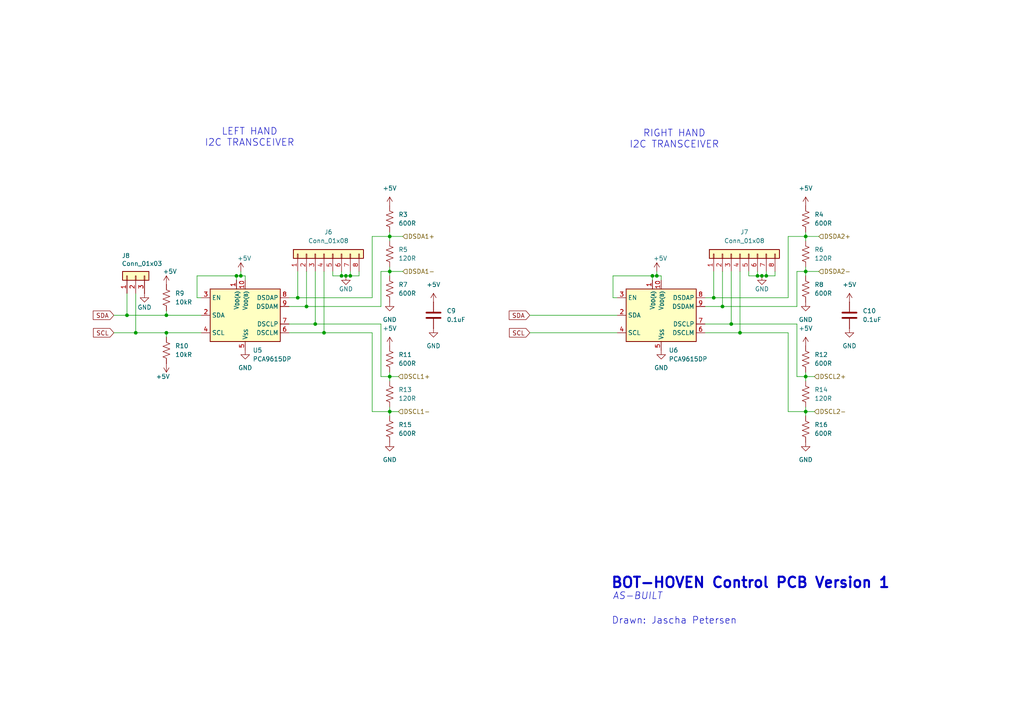
<source format=kicad_sch>
(kicad_sch (version 20231120) (generator "eeschema") (generator_version "8.0")
  (paper "A4")
  (title_block (title "Control PCB Differential I2C"))
  (lib_symbols
    (symbol "Connector_Generic:Conn_01x03" (pin_names (offset 1.016) hide)
      (property "Reference" "J" (at 0 5.08 0))
      (property "Value" "Conn_01x03" (at 0 -5.08 0))
      (symbol "Conn_01x03_1_1"
        (rectangle (start -1.27 -2.413) (end 0 -2.667) (stroke (width 0.1524)))
        (rectangle (start -1.27 0.127) (end 0 -0.127) (stroke (width 0.1524)))
        (rectangle (start -1.27 2.667) (end 0 2.413) (stroke (width 0.1524)))
        (rectangle (start -1.27 3.81) (end 1.27 -3.81) (stroke (width 0.254)) (fill (type background)))
        (pin passive line (at -5.08 2.54 0) (length 3.81) (name "Pin_1") (number "1"))
        (pin passive line (at -5.08 0 0) (length 3.81) (name "Pin_2") (number "2"))
        (pin passive line (at -5.08 -2.54 0) (length 3.81) (name "Pin_3") (number "3"))
      )
    )
    (symbol "Connector_Generic:Conn_01x08" (pin_names (offset 1.016) hide)
      (property "Reference" "J" (at 0 10.16 0))
      (property "Value" "Conn_01x08" (at 0 -12.7 0))
      (symbol "Conn_01x08_1_1"
        (rectangle (start -1.27 -10.033) (end 0 -10.287) (stroke (width 0.1524)))
        (rectangle (start -1.27 -7.493) (end 0 -7.747) (stroke (width 0.1524)))
        (rectangle (start -1.27 -4.953) (end 0 -5.207) (stroke (width 0.1524)))
        (rectangle (start -1.27 -2.413) (end 0 -2.667) (stroke (width 0.1524)))
        (rectangle (start -1.27 0.127) (end 0 -0.127) (stroke (width 0.1524)))
        (rectangle (start -1.27 2.667) (end 0 2.413) (stroke (width 0.1524)))
        (rectangle (start -1.27 5.207) (end 0 4.953) (stroke (width 0.1524)))
        (rectangle (start -1.27 7.747) (end 0 7.493) (stroke (width 0.1524)))
        (rectangle (start -1.27 8.89) (end 1.27 -11.43) (stroke (width 0.254)) (fill (type background)))
        (pin passive line (at -5.08 7.62 0) (length 3.81) (name "Pin_1") (number "1"))
        (pin passive line (at -5.08 5.08 0) (length 3.81) (name "Pin_2") (number "2"))
        (pin passive line (at -5.08 2.54 0) (length 3.81) (name "Pin_3") (number "3"))
        (pin passive line (at -5.08 0 0) (length 3.81) (name "Pin_4") (number "4"))
        (pin passive line (at -5.08 -2.54 0) (length 3.81) (name "Pin_5") (number "5"))
        (pin passive line (at -5.08 -5.08 0) (length 3.81) (name "Pin_6") (number "6"))
        (pin passive line (at -5.08 -7.62 0) (length 3.81) (name "Pin_7") (number "7"))
        (pin passive line (at -5.08 -10.16 0) (length 3.81) (name "Pin_8") (number "8"))
      )
    )
    (symbol "Device:C" (pin_numbers hide) (pin_names (offset 0.254))
      (property "Reference" "C" (at 0.635 2.54 0))
      (property "Value" "C" (at 0.635 -2.54 0))
      (symbol "C_0_1"
        (polyline (pts (xy -2.032 -0.762) (xy 2.032 -0.762)) (stroke (width 0.508)))
        (polyline (pts (xy -2.032 0.762) (xy 2.032 0.762)) (stroke (width 0.508)))
      )
      (symbol "C_1_1"
        (pin passive line (at 0 3.81 270) (length 2.794) (name "~") (number "1"))
        (pin passive line (at 0 -3.81 90) (length 2.794) (name "~") (number "2"))
      )
    )
    (symbol "Device:R_US" (pin_numbers hide) (pin_names (offset 0))
      (property "Reference" "R" (at 2.54 0 90))
      (property "Value" "R_US" (at -2.54 0 90))
      (symbol "R_US_0_1"
        (polyline (pts (xy 0 -2.286) (xy 0 -2.54)))
        (polyline (pts (xy 0 2.286) (xy 0 2.54)))
        (polyline (pts (xy 0 -0.762) (xy 1.016 -1.143) (xy 0 -1.524) (xy -1.016 -1.905) (xy 0 -2.286)))
        (polyline (pts (xy 0 0.762) (xy 1.016 0.381) (xy 0 0) (xy -1.016 -0.381) (xy 0 -0.762)))
        (polyline (pts (xy 0 2.286) (xy 1.016 1.905) (xy 0 1.524) (xy -1.016 1.143) (xy 0 0.762)))
      )
      (symbol "R_US_1_1"
        (pin passive line (at 0 3.81 270) (length 1.27) (name "~") (number "1"))
        (pin passive line (at 0 -3.81 90) (length 1.27) (name "~") (number "2"))
      )
    )
    (symbol "Interface:PCA9615DP"
      (property "Reference" "U" (at -10.16 8.89 0))
      (property "Value" "PCA9615DP" (at 1.27 8.89 0))
      (symbol "PCA9615DP_0_1"
        (rectangle (start -10.16 7.62) (end 10.16 -7.62) (stroke (width 0.254)) (fill (type background)))
      )
      (symbol "PCA9615DP_1_1"
        (pin power_in line (at -2.54 10.16 270) (length 2.54) (name "V_{DD(A)}") (number "1"))
        (pin power_in line (at 0 10.16 270) (length 2.54) (name "V_{DD(B)}") (number "10"))
        (pin bidirectional line (at -12.7 0 0) (length 2.54) (name "SDA") (number "2"))
        (pin input line (at -12.7 5.08 0) (length 2.54) (name "EN") (number "3"))
        (pin bidirectional line (at -12.7 -5.08 0) (length 2.54) (name "SCL") (number "4"))
        (pin power_in line (at 0 -10.16 90) (length 2.54) (name "V_{SS}") (number "5"))
        (pin bidirectional line (at 12.7 -5.08 180) (length 2.54) (name "DSCLM") (number "6"))
        (pin bidirectional line (at 12.7 -2.54 180) (length 2.54) (name "DSCLP") (number "7"))
        (pin bidirectional line (at 12.7 5.08 180) (length 2.54) (name "DSDAP") (number "8"))
        (pin bidirectional line (at 12.7 2.54 180) (length 2.54) (name "DSDAM") (number "9"))
      )
    )
    (symbol "power:+5V" (power) (pin_numbers hide) (pin_names (offset 0) hide)
      (property "Value" "+5V" (at 0 3.556 0))
      (symbol "+5V_0_1"
        (polyline (pts (xy -0.762 1.27) (xy 0 2.54)))
        (polyline (pts (xy 0 0) (xy 0 2.54)))
        (polyline (pts (xy 0 2.54) (xy 0.762 1.27)))
      )
      (symbol "+5V_1_1"
        (pin power_in line (at 0 0 90) (length 0) (name "~") (number "1"))
      )
    )
    (symbol "power:GND" (power) (pin_numbers hide) (pin_names (offset 0) hide)
      (property "Value" "GND" (at 0 -3.81 0))
      (symbol "GND_0_1"
        (polyline (pts (xy 0 0) (xy 0 -1.27) (xy 1.27 -1.27) (xy 0 -2.54) (xy -1.27 -1.27) (xy 0 -1.27)))
      )
      (symbol "GND_1_1"
        (pin power_in line (at 0 0 270) (length 0) (name "~") (number "1"))
      )
    )
  )
  (junction (at 113.03 78.74))
  (junction (at 86.36 86.36))
  (junction (at 209.55 88.9))
  (junction (at 219.71 80.01))
  (junction (at 220.98 80.01))
  (junction (at 212.09 93.98))
  (junction (at 68.58 80.01))
  (junction (at 233.68 78.74))
  (junction (at 233.68 119.38))
  (junction (at 190.5 80.01))
  (junction (at 222.25 80.01))
  (junction (at 100.33 80.01))
  (junction (at 93.98 96.52))
  (junction (at 69.85 80.01))
  (junction (at 36.83 91.44))
  (junction (at 101.6 80.01))
  (junction (at 189.23 80.01))
  (junction (at 113.03 109.22))
  (junction (at 113.03 68.58))
  (junction (at 99.06 80.01))
  (junction (at 48.26 91.44))
  (junction (at 233.68 68.58))
  (junction (at 207.01 86.36))
  (junction (at 91.44 93.98))
  (junction (at 233.68 109.22))
  (junction (at 39.37 96.52))
  (junction (at 214.63 96.52))
  (junction (at 48.26 96.52))
  (junction (at 113.03 119.38))
  (junction (at 88.9 88.9))
  (wire (pts (xy 224.79 78.74) (xy 224.79 80.01)))
  (wire (pts (xy 86.36 78.74) (xy 86.36 86.36)))
  (wire (pts (xy 190.5 78.74) (xy 190.5 80.01)))
  (wire (pts (xy 113.03 119.38) (xy 113.03 120.65)))
  (wire (pts (xy 236.22 109.22) (xy 233.68 109.22)))
  (wire (pts (xy 231.14 78.74) (xy 233.68 78.74)))
  (wire (pts (xy 100.33 80.01) (xy 99.06 80.01)))
  (wire (pts (xy 101.6 80.01) (xy 104.14 80.01)))
  (wire (pts (xy 88.9 88.9) (xy 110.49 88.9)))
  (wire (pts (xy 204.47 88.9) (xy 209.55 88.9)))
  (wire (pts (xy 113.03 68.58) (xy 116.84 68.58)))
  (wire (pts (xy 110.49 88.9) (xy 110.49 78.74)))
  (wire (pts (xy 113.03 118.11) (xy 113.03 119.38)))
  (wire (pts (xy 177.8 80.01) (xy 189.23 80.01)))
  (wire (pts (xy 222.25 78.74) (xy 222.25 80.01)))
  (wire (pts (xy 36.83 91.44) (xy 48.26 91.44)))
  (wire (pts (xy 107.95 96.52) (xy 107.95 119.38)))
  (wire (pts (xy 36.83 85.09) (xy 36.83 91.44)))
  (wire (pts (xy 91.44 93.98) (xy 110.49 93.98)))
  (wire (pts (xy 96.52 78.74) (xy 96.52 80.01)))
  (wire (pts (xy 153.67 96.52) (xy 179.07 96.52)))
  (wire (pts (xy 190.5 80.01) (xy 191.77 80.01)))
  (wire (pts (xy 217.17 78.74) (xy 217.17 80.01)))
  (wire (pts (xy 179.07 86.36) (xy 177.8 86.36)))
  (wire (pts (xy 219.71 80.01) (xy 217.17 80.01)))
  (wire (pts (xy 93.98 78.74) (xy 93.98 96.52)))
  (wire (pts (xy 83.82 88.9) (xy 88.9 88.9)))
  (wire (pts (xy 100.33 80.01) (xy 101.6 80.01)))
  (wire (pts (xy 83.82 93.98) (xy 91.44 93.98)))
  (wire (pts (xy 107.95 68.58) (xy 113.03 68.58)))
  (wire (pts (xy 189.23 81.28) (xy 189.23 80.01)))
  (wire (pts (xy 204.47 93.98) (xy 212.09 93.98)))
  (wire (pts (xy 110.49 78.74) (xy 113.03 78.74)))
  (wire (pts (xy 113.03 107.95) (xy 113.03 109.22)))
  (wire (pts (xy 88.9 78.74) (xy 88.9 88.9)))
  (wire (pts (xy 113.03 77.47) (xy 113.03 78.74)))
  (wire (pts (xy 68.58 81.28) (xy 68.58 80.01)))
  (wire (pts (xy 209.55 78.74) (xy 209.55 88.9)))
  (wire (pts (xy 231.14 109.22) (xy 233.68 109.22)))
  (wire (pts (xy 231.14 88.9) (xy 231.14 78.74)))
  (wire (pts (xy 233.68 78.74) (xy 237.49 78.74)))
  (wire (pts (xy 189.23 80.01) (xy 190.5 80.01)))
  (wire (pts (xy 39.37 85.09) (xy 39.37 96.52)))
  (wire (pts (xy 233.68 107.95) (xy 233.68 109.22)))
  (wire (pts (xy 110.49 93.98) (xy 110.49 109.22)))
  (wire (pts (xy 33.02 96.52) (xy 39.37 96.52)))
  (wire (pts (xy 233.68 77.47) (xy 233.68 78.74)))
  (wire (pts (xy 207.01 86.36) (xy 228.6 86.36)))
  (wire (pts (xy 214.63 96.52) (xy 228.6 96.52)))
  (wire (pts (xy 115.57 109.22) (xy 113.03 109.22)))
  (wire (pts (xy 228.6 119.38) (xy 233.68 119.38)))
  (wire (pts (xy 57.15 86.36) (xy 57.15 80.01)))
  (wire (pts (xy 113.03 78.74) (xy 113.03 80.01)))
  (wire (pts (xy 222.25 80.01) (xy 224.79 80.01)))
  (wire (pts (xy 107.95 119.38) (xy 113.03 119.38)))
  (wire (pts (xy 107.95 86.36) (xy 107.95 68.58)))
  (wire (pts (xy 233.68 119.38) (xy 233.68 120.65)))
  (wire (pts (xy 69.85 78.74) (xy 69.85 80.01)))
  (wire (pts (xy 191.77 80.01) (xy 191.77 81.28)))
  (wire (pts (xy 99.06 78.74) (xy 99.06 80.01)))
  (wire (pts (xy 214.63 78.74) (xy 214.63 96.52)))
  (wire (pts (xy 233.68 67.31) (xy 233.68 68.58)))
  (wire (pts (xy 71.12 80.01) (xy 71.12 81.28)))
  (wire (pts (xy 220.98 80.01) (xy 222.25 80.01)))
  (wire (pts (xy 113.03 67.31) (xy 113.03 68.58)))
  (wire (pts (xy 228.6 96.52) (xy 228.6 119.38)))
  (wire (pts (xy 101.6 78.74) (xy 101.6 80.01)))
  (wire (pts (xy 177.8 86.36) (xy 177.8 80.01)))
  (wire (pts (xy 113.03 78.74) (xy 116.84 78.74)))
  (wire (pts (xy 68.58 80.01) (xy 69.85 80.01)))
  (wire (pts (xy 220.98 80.01) (xy 219.71 80.01)))
  (wire (pts (xy 115.57 119.38) (xy 113.03 119.38)))
  (wire (pts (xy 228.6 68.58) (xy 233.68 68.58)))
  (wire (pts (xy 212.09 93.98) (xy 231.14 93.98)))
  (wire (pts (xy 228.6 86.36) (xy 228.6 68.58)))
  (wire (pts (xy 231.14 93.98) (xy 231.14 109.22)))
  (wire (pts (xy 48.26 91.44) (xy 58.42 91.44)))
  (wire (pts (xy 83.82 86.36) (xy 86.36 86.36)))
  (wire (pts (xy 233.68 68.58) (xy 237.49 68.58)))
  (wire (pts (xy 57.15 80.01) (xy 68.58 80.01)))
  (wire (pts (xy 48.26 96.52) (xy 58.42 96.52)))
  (wire (pts (xy 33.02 91.44) (xy 36.83 91.44)))
  (wire (pts (xy 48.26 90.17) (xy 48.26 91.44)))
  (wire (pts (xy 204.47 96.52) (xy 214.63 96.52)))
  (wire (pts (xy 153.67 91.44) (xy 179.07 91.44)))
  (wire (pts (xy 207.01 78.74) (xy 207.01 86.36)))
  (wire (pts (xy 104.14 78.74) (xy 104.14 80.01)))
  (wire (pts (xy 233.68 78.74) (xy 233.68 80.01)))
  (wire (pts (xy 69.85 80.01) (xy 71.12 80.01)))
  (wire (pts (xy 110.49 109.22) (xy 113.03 109.22)))
  (wire (pts (xy 93.98 96.52) (xy 107.95 96.52)))
  (wire (pts (xy 204.47 86.36) (xy 207.01 86.36)))
  (wire (pts (xy 113.03 109.22) (xy 113.03 110.49)))
  (wire (pts (xy 91.44 78.74) (xy 91.44 93.98)))
  (wire (pts (xy 48.26 96.52) (xy 48.26 97.79)))
  (wire (pts (xy 219.71 78.74) (xy 219.71 80.01)))
  (wire (pts (xy 233.68 68.58) (xy 233.68 69.85)))
  (wire (pts (xy 113.03 68.58) (xy 113.03 69.85)))
  (wire (pts (xy 233.68 109.22) (xy 233.68 110.49)))
  (wire (pts (xy 209.55 88.9) (xy 231.14 88.9)))
  (wire (pts (xy 212.09 78.74) (xy 212.09 93.98)))
  (wire (pts (xy 39.37 96.52) (xy 48.26 96.52)))
  (wire (pts (xy 58.42 86.36) (xy 57.15 86.36)))
  (wire (pts (xy 99.06 80.01) (xy 96.52 80.01)))
  (wire (pts (xy 233.68 118.11) (xy 233.68 119.38)))
  (wire (pts (xy 86.36 86.36) (xy 107.95 86.36)))
  (wire (pts (xy 83.82 96.52) (xy 93.98 96.52)))
  (wire (pts (xy 236.22 119.38) (xy 233.68 119.38)))
  (text "AS-BUILT" (at 184.912 172.974 0) (effects (font (size 2 2) (italic yes))))
  (text "BOT-HOVEN Control PCB Version 1" (at 217.678 169.164 0) (effects (font (size 3 3) (thickness 0.6) (bold yes))))
  (text "Drawn: Jascha Petersen" (at 195.58 180.086 0) (effects (font (size 2 2))))
  (text "LEFT HAND\nI2C TRANSCEIVER\n" (at 72.39 39.878 0) (effects (font (size 2 2))))
  (text "RIGHT HAND\nI2C TRANSCEIVER\n" (at 195.58 40.386 0) (effects (font (size 2 2))))
  (global_label "SDA" (shape input) (at 33.02 91.44 180) (property "Intersheetrefs" "${INTERSHEET_REFS}" (effects (hide yes))))
  (global_label "SCL" (shape input) (at 153.67 96.52 180) (property "Intersheetrefs" "${INTERSHEET_REFS}" (effects (hide yes))))
  (global_label "SDA" (shape input) (at 153.67 91.44 180) (property "Intersheetrefs" "${INTERSHEET_REFS}" (effects (hide yes))))
  (global_label "SCL" (shape input) (at 33.02 96.52 180) (property "Intersheetrefs" "${INTERSHEET_REFS}" (effects (hide yes))))
  (hierarchical_label "DSDA1+" (shape input) (at 116.84 68.58 0))
  (hierarchical_label "DSCL2-" (shape input) (at 236.22 119.38 0))
  (hierarchical_label "DSDA2+" (shape input) (at 237.49 68.58 0))
  (hierarchical_label "DSCL2+" (shape input) (at 236.22 109.22 0))
  (hierarchical_label "DSCL1-" (shape input) (at 115.57 119.38 0))
  (hierarchical_label "DSDA1-" (shape input) (at 116.84 78.74 0))
  (hierarchical_label "DSDA2-" (shape input) (at 237.49 78.74 0))
  (hierarchical_label "DSCL1+" (shape input) (at 115.57 109.22 0))
  (symbol (lib_id "power:+5V") (at 246.38 87.63 0) (unit 1)
    (property "Reference" "#PWR051" (effects (hide yes)))
    (property "Value" "+5V" (at 246.38 82.55 0))
    (property "Description" "Power symbol creates a global label with name \"+5V\"" (effects (hide yes)))
  )
  (symbol (lib_id "power:GND") (at 125.73 95.25 0) (unit 1)
    (property "Reference" "#PWR052" (effects (hide yes)))
    (property "Value" "GND" (at 125.73 100.33 0))
    (property "Description" "Power symbol creates a global label with name \"GND\" , ground" (effects (hide yes)))
  )
  (symbol (lib_id "Device:R_US") (at 233.68 104.14 0) (unit 1)
    (property "Reference" "R12" (at 236.22 102.8699 0) (effects (justify left)))
    (property "Value" "600R" (at 236.22 105.4099 0) (effects (justify left)))
    (property "Footprint" "Resistor_THT:R_Axial_DIN0207_L6.3mm_D2.5mm_P10.16mm_Horizontal" (effects (hide yes)))
    (property "Description" "Resistor, US symbol" (effects (hide yes)))
  )
  (symbol (lib_id "Device:R_US") (at 113.03 73.66 0) (unit 1)
    (property "Reference" "R5" (at 115.57 72.3899 0) (effects (justify left)))
    (property "Value" "120R" (at 115.57 74.9299 0) (effects (justify left)))
    (property "Footprint" "Resistor_THT:R_Axial_DIN0207_L6.3mm_D2.5mm_P10.16mm_Horizontal" (effects (hide yes)))
    (property "Description" "Resistor, US symbol" (effects (hide yes)))
  )
  (symbol (lib_id "Interface:PCA9615DP") (at 71.12 91.44 0) (unit 1)
    (property "Reference" "U5" (at 73.3141 101.6 0) (effects (justify left)))
    (property "Value" "PCA9615DP" (at 73.3141 104.14 0) (effects (justify left)))
    (property "Footprint" "Package_SO:TSSOP-10_3x3mm_P0.5mm" (effects (hide yes)))
    (property "Datasheet" "https://www.nxp.com/docs/en/data-sheet/PCA9615.pdf" (effects (hide yes)))
    (property "Description" "Dual bidirectional hot-swap multipoint bus buffer, SO-8" (effects (hide yes)))
    (property "Digikey" "https://www.digikey.ca/en/products/detail/nxp-usa-inc/PCA9615DPZ/14635231" (effects (hide yes)))
  )
  (symbol (lib_id "Device:R_US") (at 113.03 104.14 0) (unit 1)
    (property "Reference" "R11" (at 115.57 102.8699 0) (effects (justify left)))
    (property "Value" "600R" (at 115.57 105.4099 0) (effects (justify left)))
    (property "Footprint" "Resistor_THT:R_Axial_DIN0207_L6.3mm_D2.5mm_P10.16mm_Horizontal" (effects (hide yes)))
    (property "Description" "Resistor, US symbol" (effects (hide yes)))
  )
  (symbol (lib_id "Device:R_US") (at 113.03 63.5 0) (unit 1)
    (property "Reference" "R3" (at 115.57 62.2299 0) (effects (justify left)))
    (property "Value" "600R" (at 115.57 64.7699 0) (effects (justify left)))
    (property "Footprint" "Resistor_THT:R_Axial_DIN0207_L6.3mm_D2.5mm_P10.16mm_Horizontal" (effects (hide yes)))
    (property "Description" "Resistor, US symbol" (effects (hide yes)))
  )
  (symbol (lib_id "power:GND") (at 100.33 80.01 0) (unit 1)
    (property "Reference" "#PWR043" (effects (hide yes)))
    (property "Value" "GND" (at 100.33 83.82 0))
    (property "Description" "Power symbol creates a global label with name \"GND\" , ground" (effects (hide yes)))
  )
  (symbol (lib_id "power:+5V") (at 233.68 59.69 0) (unit 1)
    (property "Reference" "#PWR040" (effects (hide yes)))
    (property "Value" "+5V" (at 233.68 54.61 0))
    (property "Description" "Power symbol creates a global label with name \"+5V\"" (effects (hide yes)))
  )
  (symbol (lib_id "power:GND") (at 113.03 128.27 0) (unit 1)
    (property "Reference" "#PWR059" (effects (hide yes)))
    (property "Value" "GND" (at 113.03 133.35 0))
    (property "Description" "Power symbol creates a global label with name \"GND\" , ground" (effects (hide yes)))
  )
  (symbol (lib_id "Connector_Generic:Conn_01x08") (at 214.63 73.66 90) (unit 1)
    (property "Reference" "J7" (at 215.9 67.31 90))
    (property "Value" "Conn_01x08" (at 215.9 69.85 90))
    (property "Footprint" "Connector_PinHeader_2.54mm:PinHeader_1x08_P2.54mm_Vertical" (effects (hide yes)))
    (property "Description" "Generic connector, single row, 01x08, script generated (kicad-library-utils/schlib/autogen/connector/)" (effects (hide yes)))
  )
  (symbol (lib_id "power:GND") (at 233.68 128.27 0) (unit 1)
    (property "Reference" "#PWR060" (effects (hide yes)))
    (property "Value" "GND" (at 233.68 133.35 0))
    (property "Description" "Power symbol creates a global label with name \"GND\" , ground" (effects (hide yes)))
  )
  (symbol (lib_id "power:+5V") (at 233.68 100.33 0) (unit 1)
    (property "Reference" "#PWR055" (effects (hide yes)))
    (property "Value" "+5V" (at 233.68 95.25 0))
    (property "Description" "Power symbol creates a global label with name \"+5V\"" (effects (hide yes)))
  )
  (symbol (lib_id "power:+5V") (at 48.26 82.55 0) (unit 1)
    (property "Reference" "#PWR045" (effects (hide yes)))
    (property "Value" "+5V" (at 49.276 78.74 0))
    (property "Description" "Power symbol creates a global label with name \"+5V\"" (effects (hide yes)))
  )
  (symbol (lib_id "Device:R_US") (at 233.68 114.3 0) (unit 1)
    (property "Reference" "R14" (at 236.22 113.0299 0) (effects (justify left)))
    (property "Value" "120R" (at 236.22 115.5699 0) (effects (justify left)))
    (property "Footprint" "Resistor_THT:R_Axial_DIN0207_L6.3mm_D2.5mm_P10.16mm_Horizontal" (effects (hide yes)))
    (property "Description" "Resistor, US symbol" (effects (hide yes)))
  )
  (symbol (lib_id "power:GND") (at 191.77 101.6 0) (unit 1)
    (property "Reference" "#PWR057" (effects (hide yes)))
    (property "Value" "GND" (at 191.77 106.68 0))
    (property "Description" "Power symbol creates a global label with name \"GND\" , ground" (effects (hide yes)))
  )
  (symbol (lib_id "power:GND") (at 113.03 87.63 0) (unit 1)
    (property "Reference" "#PWR048" (effects (hide yes)))
    (property "Value" "GND" (at 113.03 92.71 0))
    (property "Description" "Power symbol creates a global label with name \"GND\" , ground" (effects (hide yes)))
  )
  (symbol (lib_id "power:+5V") (at 113.03 59.69 0) (unit 1)
    (property "Reference" "#PWR039" (effects (hide yes)))
    (property "Value" "+5V" (at 113.03 54.61 0))
    (property "Description" "Power symbol creates a global label with name \"+5V\"" (effects (hide yes)))
  )
  (symbol (lib_id "Device:R_US") (at 233.68 83.82 0) (unit 1)
    (property "Reference" "R8" (at 236.22 82.5499 0) (effects (justify left)))
    (property "Value" "600R" (at 236.22 85.0899 0) (effects (justify left)))
    (property "Footprint" "Resistor_THT:R_Axial_DIN0207_L6.3mm_D2.5mm_P10.16mm_Horizontal" (effects (hide yes)))
    (property "Description" "Resistor, US symbol" (effects (hide yes)))
  )
  (symbol (lib_id "Device:R_US") (at 113.03 114.3 0) (unit 1)
    (property "Reference" "R13" (at 115.57 113.0299 0) (effects (justify left)))
    (property "Value" "120R" (at 115.57 115.5699 0) (effects (justify left)))
    (property "Footprint" "Resistor_THT:R_Axial_DIN0207_L6.3mm_D2.5mm_P10.16mm_Horizontal" (effects (hide yes)))
    (property "Description" "Resistor, US symbol" (effects (hide yes)))
  )
  (symbol (lib_id "Device:R_US") (at 113.03 124.46 0) (unit 1)
    (property "Reference" "R15" (at 115.57 123.1899 0) (effects (justify left)))
    (property "Value" "600R" (at 115.57 125.7299 0) (effects (justify left)))
    (property "Footprint" "Resistor_THT:R_Axial_DIN0207_L6.3mm_D2.5mm_P10.16mm_Horizontal" (effects (hide yes)))
    (property "Description" "Resistor, US symbol" (effects (hide yes)))
  )
  (symbol (lib_id "power:GND") (at 220.98 80.01 0) (unit 1)
    (property "Reference" "#PWR044" (effects (hide yes)))
    (property "Value" "GND" (at 220.98 83.82 0))
    (property "Description" "Power symbol creates a global label with name \"GND\" , ground" (effects (hide yes)))
  )
  (symbol (lib_id "Connector_Generic:Conn_01x08") (at 93.98 73.66 90) (unit 1)
    (property "Reference" "J6" (at 95.25 67.31 90))
    (property "Value" "Conn_01x08" (at 95.25 69.85 90))
    (property "Footprint" "Connector_PinHeader_2.54mm:PinHeader_1x08_P2.54mm_Vertical" (effects (hide yes)))
    (property "Description" "Generic connector, single row, 01x08, script generated (kicad-library-utils/schlib/autogen/connector/)" (effects (hide yes)))
  )
  (symbol (lib_id "Device:R_US") (at 233.68 73.66 0) (unit 1)
    (property "Reference" "R6" (at 236.22 72.3899 0) (effects (justify left)))
    (property "Value" "120R" (at 236.22 74.9299 0) (effects (justify left)))
    (property "Footprint" "Resistor_THT:R_Axial_DIN0207_L6.3mm_D2.5mm_P10.16mm_Horizontal" (effects (hide yes)))
    (property "Description" "Resistor, US symbol" (effects (hide yes)))
  )
  (symbol (lib_id "Device:R_US") (at 48.26 86.36 0) (unit 1)
    (property "Reference" "R9" (at 50.8 85.0899 0) (effects (justify left)))
    (property "Value" "10kR" (at 50.8 87.6299 0) (effects (justify left)))
    (property "Footprint" "Resistor_THT:R_Axial_DIN0207_L6.3mm_D2.5mm_P10.16mm_Horizontal" (effects (hide yes)))
    (property "Description" "Resistor, US symbol" (effects (hide yes)))
  )
  (symbol (lib_id "power:+5V") (at 48.26 105.41 180) (unit 1)
    (property "Reference" "#PWR058" (effects (hide yes)))
    (property "Value" "+5V" (at 47.244 109.22 0))
    (property "Description" "Power symbol creates a global label with name \"+5V\"" (effects (hide yes)))
  )
  (symbol (lib_id "Device:R_US") (at 48.26 101.6 0) (unit 1)
    (property "Reference" "R10" (at 50.8 100.3299 0) (effects (justify left)))
    (property "Value" "10kR" (at 50.8 102.8699 0) (effects (justify left)))
    (property "Footprint" "Resistor_THT:R_Axial_DIN0207_L6.3mm_D2.5mm_P10.16mm_Horizontal" (effects (hide yes)))
    (property "Description" "Resistor, US symbol" (effects (hide yes)))
  )
  (symbol (lib_id "power:+5V") (at 113.03 100.33 0) (unit 1)
    (property "Reference" "#PWR054" (effects (hide yes)))
    (property "Value" "+5V" (at 113.03 95.25 0))
    (property "Description" "Power symbol creates a global label with name \"+5V\"" (effects (hide yes)))
  )
  (symbol (lib_id "Device:C") (at 125.73 91.44 0) (unit 1)
    (property "Reference" "C9" (at 129.54 90.1699 0) (effects (justify left)))
    (property "Value" "0.1uF" (at 129.54 92.7099 0) (effects (justify left)))
    (property "Footprint" "Capacitor_THT:C_Rect_L4.6mm_W2.0mm_P2.50mm_MKS02_FKP02" (effects (hide yes)))
    (property "Description" "Unpolarized capacitor" (effects (hide yes)))
    (property "Digikey" "https://www.digikey.ca/en/products/detail/vishay-beyschlag-draloric-bc-components/K104K10X7RF5UH5/2356754" (effects (hide yes)))
  )
  (symbol (lib_id "power:+5V") (at 125.73 87.63 0) (unit 1)
    (property "Reference" "#PWR049" (effects (hide yes)))
    (property "Value" "+5V" (at 125.73 82.55 0))
    (property "Description" "Power symbol creates a global label with name \"+5V\"" (effects (hide yes)))
  )
  (symbol (lib_id "Connector_Generic:Conn_01x03") (at 39.37 80.01 90) (unit 1)
    (property "Reference" "J8" (at 35.306 74.168 90) (effects (justify right)))
    (property "Value" "Conn_01x03" (at 35.306 76.454 90) (effects (justify right)))
    (property "Footprint" "Connector_PinHeader_2.54mm:PinHeader_1x03_P2.54mm_Vertical" (effects (hide yes)))
    (property "Description" "Generic connector, single row, 01x03, script generated (kicad-library-utils/schlib/autogen/connector/)" (effects (hide yes)))
  )
  (symbol (lib_id "power:GND") (at 246.38 95.25 0) (unit 1)
    (property "Reference" "#PWR053" (effects (hide yes)))
    (property "Value" "GND" (at 246.38 100.33 0))
    (property "Description" "Power symbol creates a global label with name \"GND\" , ground" (effects (hide yes)))
  )
  (symbol (lib_id "power:+5V") (at 69.85 78.74 0) (unit 1)
    (property "Reference" "#PWR041" (effects (hide yes)))
    (property "Value" "+5V" (at 70.866 74.93 0))
    (property "Description" "Power symbol creates a global label with name \"+5V\"" (effects (hide yes)))
  )
  (symbol (lib_id "power:GND") (at 71.12 101.6 0) (unit 1)
    (property "Reference" "#PWR056" (effects (hide yes)))
    (property "Value" "GND" (at 71.12 106.68 0))
    (property "Description" "Power symbol creates a global label with name \"GND\" , ground" (effects (hide yes)))
  )
  (symbol (lib_id "power:GND") (at 41.91 85.09 0) (unit 1)
    (property "Reference" "#PWR046" (effects (hide yes)))
    (property "Value" "GND" (at 41.91 89.154 0))
    (property "Description" "Power symbol creates a global label with name \"GND\" , ground" (effects (hide yes)))
  )
  (symbol (lib_id "power:+5V") (at 190.5 78.74 0) (unit 1)
    (property "Reference" "#PWR042" (effects (hide yes)))
    (property "Value" "+5V" (at 191.516 74.93 0))
    (property "Description" "Power symbol creates a global label with name \"+5V\"" (effects (hide yes)))
  )
  (symbol (lib_id "Device:C") (at 246.38 91.44 0) (unit 1)
    (property "Reference" "C10" (at 250.19 90.1699 0) (effects (justify left)))
    (property "Value" "0.1uF" (at 250.19 92.7099 0) (effects (justify left)))
    (property "Footprint" "Capacitor_THT:C_Rect_L4.6mm_W2.0mm_P2.50mm_MKS02_FKP02" (effects (hide yes)))
    (property "Description" "Unpolarized capacitor" (effects (hide yes)))
    (property "Digikey" "https://www.digikey.ca/en/products/detail/vishay-beyschlag-draloric-bc-components/K104K10X7RF5UH5/2356754" (effects (hide yes)))
  )
  (symbol (lib_id "Interface:PCA9615DP") (at 191.77 91.44 0) (unit 1)
    (property "Reference" "U6" (at 193.9641 101.6 0) (effects (justify left)))
    (property "Value" "PCA9615DP" (at 193.9641 104.14 0) (effects (justify left)))
    (property "Footprint" "Package_SO:TSSOP-10_3x3mm_P0.5mm" (effects (hide yes)))
    (property "Datasheet" "https://www.nxp.com/docs/en/data-sheet/PCA9615.pdf" (effects (hide yes)))
    (property "Description" "Dual bidirectional hot-swap multipoint bus buffer, SO-8" (effects (hide yes)))
    (property "Digikey" "https://www.digikey.ca/en/products/detail/nxp-usa-inc/PCA9615DPZ/14635231" (effects (hide yes)))
  )
  (symbol (lib_id "Device:R_US") (at 233.68 124.46 0) (unit 1)
    (property "Reference" "R16" (at 236.22 123.1899 0) (effects (justify left)))
    (property "Value" "600R" (at 236.22 125.7299 0) (effects (justify left)))
    (property "Footprint" "Resistor_THT:R_Axial_DIN0207_L6.3mm_D2.5mm_P10.16mm_Horizontal" (effects (hide yes)))
    (property "Description" "Resistor, US symbol" (effects (hide yes)))
  )
  (symbol (lib_id "Device:R_US") (at 113.03 83.82 0) (unit 1)
    (property "Reference" "R7" (at 115.57 82.5499 0) (effects (justify left)))
    (property "Value" "600R" (at 115.57 85.0899 0) (effects (justify left)))
    (property "Footprint" "Resistor_THT:R_Axial_DIN0207_L6.3mm_D2.5mm_P10.16mm_Horizontal" (effects (hide yes)))
    (property "Description" "Resistor, US symbol" (effects (hide yes)))
  )
  (symbol (lib_id "power:GND") (at 233.68 87.63 0) (unit 1)
    (property "Reference" "#PWR050" (effects (hide yes)))
    (property "Value" "GND" (at 233.68 92.71 0))
    (property "Description" "Power symbol creates a global label with name \"GND\" , ground" (effects (hide yes)))
  )
  (symbol (lib_id "Device:R_US") (at 233.68 63.5 0) (unit 1)
    (property "Reference" "R4" (at 236.22 62.2299 0) (effects (justify left)))
    (property "Value" "600R" (at 236.22 64.7699 0) (effects (justify left)))
    (property "Footprint" "Resistor_THT:R_Axial_DIN0207_L6.3mm_D2.5mm_P10.16mm_Horizontal" (effects (hide yes)))
    (property "Description" "Resistor, US symbol" (effects (hide yes)))
  )
)
</source>
